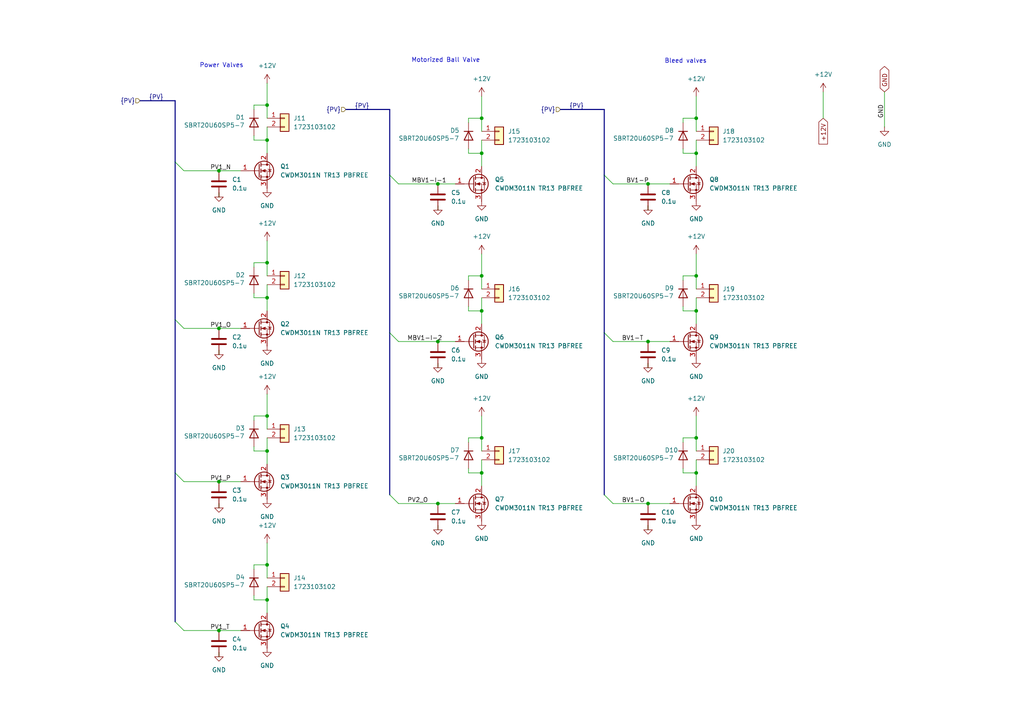
<source format=kicad_sch>
(kicad_sch (version 20231120) (generator "eeschema") (generator_version "8.0")
  (paper "A4")
  (lib_symbols
    (symbol "Connector_Generic:Conn_01x02" (pin_names (offset 1.016) hide)
      (property "Reference" "J" (at 0 2.54 0))
      (property "Value" "Conn_01x02" (at 0 -5.08 0))
      (symbol "Conn_01x02_1_1"
        (rectangle (start -1.27 -2.413) (end 0 -2.667) (stroke (width 0.1524)))
        (rectangle (start -1.27 0.127) (end 0 -0.127) (stroke (width 0.1524)))
        (rectangle (start -1.27 1.27) (end 1.27 -3.81) (stroke (width 0.254)) (fill (type background)))
        (pin passive line (at -5.08 0 0) (length 3.81) (name "Pin_1") (number "1"))
        (pin passive line (at -5.08 -2.54 0) (length 3.81) (name "Pin_2") (number "2"))
      )
    )
    (symbol "Device:C" (pin_numbers hide) (pin_names (offset 0.254))
      (property "Reference" "C" (at 0.635 2.54 0))
      (property "Value" "C" (at 0.635 -2.54 0))
      (symbol "C_0_1"
        (polyline (pts (xy -2.032 -0.762) (xy 2.032 -0.762)) (stroke (width 0.508)))
        (polyline (pts (xy -2.032 0.762) (xy 2.032 0.762)) (stroke (width 0.508)))
      )
      (symbol "C_1_1"
        (pin passive line (at 0 3.81 270) (length 2.794) (name "~") (number "1"))
        (pin passive line (at 0 -3.81 90) (length 2.794) (name "~") (number "2"))
      )
    )
    (symbol "Device:D" (pin_numbers hide) (pin_names (offset 1.016) hide)
      (property "Reference" "D" (at 0 2.54 0))
      (property "Value" "D" (at 0 -2.54 0))
      (symbol "D_0_1"
        (polyline (pts (xy -1.27 1.27) (xy -1.27 -1.27)) (stroke (width 0.254)))
        (polyline (pts (xy 1.27 0) (xy -1.27 0)))
        (polyline (pts (xy 1.27 1.27) (xy 1.27 -1.27) (xy -1.27 0) (xy 1.27 1.27)) (stroke (width 0.254)))
      )
      (symbol "D_1_1"
        (pin passive line (at -3.81 0 0) (length 2.54) (name "K") (number "1"))
        (pin passive line (at 3.81 0 180) (length 2.54) (name "A") (number "2"))
      )
    )
    (symbol "Transistor_FET:IRLZ34N" (pin_names hide)
      (property "Reference" "Q" (at 5.08 1.905 0))
      (property "Value" "IRLZ34N" (at 5.08 0 0))
      (symbol "IRLZ34N_0_1"
        (polyline (pts (xy 0.254 0) (xy -2.54 0)))
        (polyline (pts (xy 0.254 1.905) (xy 0.254 -1.905)) (stroke (width 0.254)))
        (polyline (pts (xy 0.762 -1.27) (xy 0.762 -2.286)) (stroke (width 0.254)))
        (polyline (pts (xy 0.762 0.508) (xy 0.762 -0.508)) (stroke (width 0.254)))
        (polyline (pts (xy 0.762 2.286) (xy 0.762 1.27)) (stroke (width 0.254)))
        (polyline (pts (xy 2.54 2.54) (xy 2.54 1.778)))
        (polyline (pts (xy 2.54 -2.54) (xy 2.54 0) (xy 0.762 0)))
        (polyline (pts (xy 0.762 -1.778) (xy 3.302 -1.778) (xy 3.302 1.778) (xy 0.762 1.778)))
        (polyline (pts (xy 1.016 0) (xy 2.032 0.381) (xy 2.032 -0.381) (xy 1.016 0)) (fill (type outline)))
        (polyline (pts (xy 2.794 0.508) (xy 2.921 0.381) (xy 3.683 0.381) (xy 3.81 0.254)))
        (polyline (pts (xy 3.302 0.381) (xy 2.921 -0.254) (xy 3.683 -0.254) (xy 3.302 0.381)))
        (circle (center 1.651 0) (radius 2.794) (stroke (width 0.254)))
        (circle (center 2.54 -1.778) (radius 0.254) (fill (type outline)))
        (circle (center 2.54 1.778) (radius 0.254) (fill (type outline)))
      )
      (symbol "IRLZ34N_1_1"
        (pin input line (at -5.08 0 0) (length 2.54) (name "G") (number "1"))
        (pin passive line (at 2.54 5.08 270) (length 2.54) (name "D") (number "2"))
        (pin passive line (at 2.54 -5.08 90) (length 2.54) (name "S") (number "3"))
      )
    )
    (symbol "power:+12V" (power) (pin_numbers hide) (pin_names (offset 0) hide)
      (property "Value" "+12V" (at 0 3.556 0))
      (symbol "+12V_0_1"
        (polyline (pts (xy -0.762 1.27) (xy 0 2.54)))
        (polyline (pts (xy 0 0) (xy 0 2.54)))
        (polyline (pts (xy 0 2.54) (xy 0.762 1.27)))
      )
      (symbol "+12V_1_1"
        (pin power_in line (at 0 0 90) (length 0) (name "~") (number "1"))
      )
    )
    (symbol "power:GND" (power) (pin_numbers hide) (pin_names (offset 0) hide)
      (property "Value" "GND" (at 0 -3.81 0))
      (symbol "GND_0_1"
        (polyline (pts (xy 0 0) (xy 0 -1.27) (xy 1.27 -1.27) (xy 0 -2.54) (xy -1.27 -1.27) (xy 0 -1.27)))
      )
      (symbol "GND_1_1"
        (pin power_in line (at 0 0 270) (length 0) (name "~") (number "1"))
      )
    )
  )
  (bus_alias "PV" (members "PV1_N" "PV1_O" "PV1_P" "PV1_T" "MBV1-I-1" "MBV1-I-2" "BV1-P" "BV1-T" "BV1-O" "PV2_O"))
  (junction (at 127 146.05))
  (junction (at 201.93 80.01))
  (junction (at 77.47 120.65))
  (junction (at 201.93 137.16))
  (junction (at 63.5 49.53))
  (junction (at 63.5 139.7))
  (junction (at 139.7 137.16))
  (junction (at 127 99.06))
  (junction (at 77.47 86.36))
  (junction (at 139.7 80.01))
  (junction (at 187.96 146.05))
  (junction (at 201.93 34.29))
  (junction (at 127 53.34))
  (junction (at 77.47 173.99))
  (junction (at 187.96 99.06))
  (junction (at 77.47 130.81))
  (junction (at 139.7 90.17))
  (junction (at 187.96 53.34))
  (junction (at 63.5 95.25))
  (junction (at 77.47 76.2))
  (junction (at 139.7 127))
  (junction (at 201.93 90.17))
  (junction (at 139.7 34.29))
  (junction (at 139.7 44.45))
  (junction (at 77.47 30.48))
  (junction (at 77.47 163.83))
  (junction (at 77.47 40.64))
  (junction (at 63.5 182.88))
  (junction (at 201.93 127))
  (junction (at 201.93 44.45))
  (bus_entry (at 113.03 143.51) (size 2.54 2.54))
  (bus_entry (at 175.26 96.52) (size 2.54 2.54))
  (bus_entry (at 113.03 96.52) (size 2.54 2.54))
  (bus_entry (at 50.8 180.34) (size 2.54 2.54))
  (bus_entry (at 50.8 92.71) (size 2.54 2.54))
  (bus_entry (at 175.26 50.8) (size 2.54 2.54))
  (bus_entry (at 50.8 137.16) (size 2.54 2.54))
  (bus_entry (at 50.8 46.99) (size 2.54 2.54))
  (bus_entry (at 113.03 50.8) (size 2.54 2.54))
  (bus_entry (at 175.26 143.51) (size 2.54 2.54))
  (bus (pts (xy 162.56 31.75) (xy 175.26 31.75)))
  (wire (pts (xy 73.66 120.65) (xy 73.66 121.92)))
  (wire (pts (xy 77.47 114.3) (xy 77.47 120.65)))
  (wire (pts (xy 53.34 95.25) (xy 63.5 95.25)))
  (wire (pts (xy 115.57 146.05) (xy 127 146.05)))
  (wire (pts (xy 135.89 88.9) (xy 135.89 90.17)))
  (wire (pts (xy 201.93 44.45) (xy 201.93 48.26)))
  (wire (pts (xy 187.96 59.69) (xy 187.96 60.96)))
  (wire (pts (xy 77.47 120.65) (xy 73.66 120.65)))
  (wire (pts (xy 201.93 80.01) (xy 198.12 80.01)))
  (bus (pts (xy 50.8 92.71) (xy 50.8 137.16)))
  (wire (pts (xy 198.12 44.45) (xy 201.93 44.45)))
  (wire (pts (xy 53.34 49.53) (xy 63.5 49.53)))
  (wire (pts (xy 77.47 76.2) (xy 77.47 80.01)))
  (wire (pts (xy 139.7 80.01) (xy 139.7 83.82)))
  (wire (pts (xy 201.93 90.17) (xy 201.93 93.98)))
  (wire (pts (xy 201.93 127) (xy 201.93 130.81)))
  (wire (pts (xy 77.47 40.64) (xy 77.47 44.45)))
  (wire (pts (xy 77.47 24.13) (xy 77.47 30.48)))
  (wire (pts (xy 77.47 170.18) (xy 77.47 173.99)))
  (wire (pts (xy 135.89 137.16) (xy 139.7 137.16)))
  (wire (pts (xy 53.34 182.88) (xy 63.5 182.88)))
  (wire (pts (xy 177.8 53.34) (xy 187.96 53.34)))
  (wire (pts (xy 53.34 139.7) (xy 63.5 139.7)))
  (wire (pts (xy 77.47 127) (xy 77.47 130.81)))
  (wire (pts (xy 139.7 34.29) (xy 135.89 34.29)))
  (wire (pts (xy 201.93 86.36) (xy 201.93 90.17)))
  (wire (pts (xy 77.47 30.48) (xy 73.66 30.48)))
  (wire (pts (xy 198.12 90.17) (xy 201.93 90.17)))
  (wire (pts (xy 256.54 26.67) (xy 256.54 36.83)))
  (wire (pts (xy 139.7 86.36) (xy 139.7 90.17)))
  (wire (pts (xy 73.66 30.48) (xy 73.66 31.75)))
  (wire (pts (xy 73.66 85.09) (xy 73.66 86.36)))
  (wire (pts (xy 198.12 137.16) (xy 201.93 137.16)))
  (wire (pts (xy 177.8 146.05) (xy 187.96 146.05)))
  (bus (pts (xy 113.03 96.52) (xy 113.03 50.8)))
  (wire (pts (xy 73.66 39.37) (xy 73.66 40.64)))
  (wire (pts (xy 187.96 105.41) (xy 187.96 106.68)))
  (wire (pts (xy 127 152.4) (xy 127 153.67)))
  (wire (pts (xy 63.5 101.6) (xy 63.5 102.87)))
  (wire (pts (xy 77.47 163.83) (xy 77.47 167.64)))
  (wire (pts (xy 201.93 133.35) (xy 201.93 137.16)))
  (wire (pts (xy 135.89 34.29) (xy 135.89 35.56)))
  (wire (pts (xy 201.93 137.16) (xy 201.93 140.97)))
  (wire (pts (xy 77.47 173.99) (xy 77.47 177.8)))
  (bus (pts (xy 50.8 29.21) (xy 40.64 29.21)))
  (wire (pts (xy 135.89 135.89) (xy 135.89 137.16)))
  (wire (pts (xy 139.7 137.16) (xy 139.7 140.97)))
  (wire (pts (xy 139.7 127) (xy 139.7 130.81)))
  (bus (pts (xy 100.33 31.75) (xy 113.03 31.75)))
  (wire (pts (xy 201.93 120.65) (xy 201.93 127)))
  (wire (pts (xy 63.5 139.7) (xy 69.85 139.7)))
  (bus (pts (xy 113.03 50.8) (xy 113.03 31.75)))
  (wire (pts (xy 77.47 36.83) (xy 77.47 40.64)))
  (wire (pts (xy 73.66 76.2) (xy 73.66 77.47)))
  (bus (pts (xy 175.26 143.51) (xy 175.26 96.52)))
  (wire (pts (xy 201.93 40.64) (xy 201.93 44.45)))
  (wire (pts (xy 238.76 26.67) (xy 238.76 34.29)))
  (wire (pts (xy 73.66 130.81) (xy 77.47 130.81)))
  (wire (pts (xy 77.47 163.83) (xy 73.66 163.83)))
  (bus (pts (xy 175.26 96.52) (xy 175.26 50.8)))
  (wire (pts (xy 77.47 157.48) (xy 77.47 163.83)))
  (wire (pts (xy 135.89 90.17) (xy 139.7 90.17)))
  (wire (pts (xy 187.96 152.4) (xy 187.96 153.67)))
  (wire (pts (xy 135.89 80.01) (xy 135.89 81.28)))
  (wire (pts (xy 187.96 146.05) (xy 194.31 146.05)))
  (wire (pts (xy 201.93 127) (xy 198.12 127)))
  (wire (pts (xy 127 53.34) (xy 132.08 53.34)))
  (wire (pts (xy 139.7 27.94) (xy 139.7 34.29)))
  (wire (pts (xy 77.47 76.2) (xy 73.66 76.2)))
  (wire (pts (xy 77.47 86.36) (xy 77.47 90.17)))
  (wire (pts (xy 198.12 127) (xy 198.12 128.27)))
  (wire (pts (xy 63.5 95.25) (xy 69.85 95.25)))
  (wire (pts (xy 73.66 129.54) (xy 73.66 130.81)))
  (bus (pts (xy 50.8 46.99) (xy 50.8 92.71)))
  (wire (pts (xy 73.66 173.99) (xy 77.47 173.99)))
  (wire (pts (xy 63.5 182.88) (xy 69.85 182.88)))
  (wire (pts (xy 127 105.41) (xy 127 106.68)))
  (wire (pts (xy 77.47 120.65) (xy 77.47 124.46)))
  (wire (pts (xy 77.47 82.55) (xy 77.47 86.36)))
  (wire (pts (xy 63.5 189.23) (xy 63.5 190.5)))
  (wire (pts (xy 135.89 127) (xy 135.89 128.27)))
  (wire (pts (xy 73.66 40.64) (xy 77.47 40.64)))
  (wire (pts (xy 127 59.69) (xy 127 60.96)))
  (wire (pts (xy 139.7 40.64) (xy 139.7 44.45)))
  (wire (pts (xy 135.89 44.45) (xy 139.7 44.45)))
  (wire (pts (xy 201.93 34.29) (xy 201.93 38.1)))
  (wire (pts (xy 77.47 30.48) (xy 77.47 34.29)))
  (wire (pts (xy 77.47 130.81) (xy 77.47 134.62)))
  (wire (pts (xy 201.93 27.94) (xy 201.93 34.29)))
  (wire (pts (xy 73.66 86.36) (xy 77.47 86.36)))
  (wire (pts (xy 77.47 69.85) (xy 77.47 76.2)))
  (wire (pts (xy 115.57 53.34) (xy 127 53.34)))
  (wire (pts (xy 198.12 88.9) (xy 198.12 90.17)))
  (bus (pts (xy 50.8 29.21) (xy 50.8 46.99)))
  (wire (pts (xy 127 146.05) (xy 132.08 146.05)))
  (wire (pts (xy 127 99.06) (xy 132.08 99.06)))
  (wire (pts (xy 63.5 49.53) (xy 69.85 49.53)))
  (wire (pts (xy 139.7 133.35) (xy 139.7 137.16)))
  (wire (pts (xy 198.12 34.29) (xy 198.12 35.56)))
  (wire (pts (xy 139.7 73.66) (xy 139.7 80.01)))
  (wire (pts (xy 187.96 53.34) (xy 194.31 53.34)))
  (wire (pts (xy 198.12 43.18) (xy 198.12 44.45)))
  (wire (pts (xy 63.5 146.05) (xy 63.5 147.32)))
  (wire (pts (xy 201.93 80.01) (xy 201.93 83.82)))
  (wire (pts (xy 73.66 163.83) (xy 73.66 165.1)))
  (wire (pts (xy 139.7 120.65) (xy 139.7 127)))
  (wire (pts (xy 139.7 44.45) (xy 139.7 48.26)))
  (wire (pts (xy 177.8 99.06) (xy 187.96 99.06)))
  (wire (pts (xy 139.7 127) (xy 135.89 127)))
  (bus (pts (xy 113.03 96.52) (xy 113.03 143.51)))
  (wire (pts (xy 201.93 34.29) (xy 198.12 34.29)))
  (bus (pts (xy 175.26 50.8) (xy 175.26 31.75)))
  (wire (pts (xy 135.89 43.18) (xy 135.89 44.45)))
  (wire (pts (xy 139.7 80.01) (xy 135.89 80.01)))
  (wire (pts (xy 139.7 90.17) (xy 139.7 93.98)))
  (bus (pts (xy 50.8 137.16) (xy 50.8 180.34)))
  (wire (pts (xy 115.57 99.06) (xy 127 99.06)))
  (wire (pts (xy 139.7 34.29) (xy 139.7 38.1)))
  (wire (pts (xy 73.66 172.72) (xy 73.66 173.99)))
  (wire (pts (xy 201.93 73.66) (xy 201.93 80.01)))
  (wire (pts (xy 198.12 80.01) (xy 198.12 81.28)))
  (wire (pts (xy 187.96 99.06) (xy 194.31 99.06)))
  (wire (pts (xy 63.5 55.88) (xy 63.5 57.15)))
  (wire (pts (xy 198.12 135.89) (xy 198.12 137.16)))
  (text "Bleed valves" (at 198.882 17.78 0) (effects (font (size 1.27 1.27))))
  (text "Power Valves" (at 64.262 19.05 0) (effects (font (size 1.27 1.27))))
  (text "Motorized Ball Valve" (at 129.286 17.526 0) (effects (font (size 1.27 1.27))))
  (label "BV1-P" (at 181.61 53.34 0))
  (label "{PV}" (at 43.18 29.21 0))
  (label "BV1-T" (at 180.34 99.06 0))
  (label "MBV1-I-2" (at 118.11 99.06 0))
  (label "MBV1-I-1" (at 119.38 53.34 0))
  (label "PV1_P" (at 60.96 139.7 0))
  (label "{PV}" (at 102.87 31.75 0))
  (label "PV2_O" (at 118.11 146.05 0))
  (label "GND" (at 256.54 34.29 90))
  (label "PV1_T" (at 60.96 182.88 0))
  (label "PV1_O" (at 60.96 95.25 0))
  (label "PV1_N" (at 60.96 49.53 0))
  (label "BV1-O" (at 180.34 146.05 0))
  (label "{PV}" (at 165.1 31.75 0))
  (global_label "+12V" (shape input) (at 238.76 34.29 270) (property "Intersheetrefs" "${INTERSHEET_REFS}" (effects (hide yes))))
  (global_label "GND" (shape bidirectional) (at 256.54 26.67 90) (property "Intersheetrefs" "${INTERSHEET_REFS}" (effects (hide yes))))
  (hierarchical_label "{PV}" (shape input) (at 40.64 29.21 180))
  (hierarchical_label "{PV}" (shape input) (at 100.33 31.75 180))
  (hierarchical_label "{PV}" (shape input) (at 162.56 31.75 180))
  (symbol (lib_id "power:GND") (at 139.7 151.13 0) (unit 1)
    (property "Reference" "#PWR049" (effects (hide yes)))
    (property "Value" "GND" (at 139.7 156.21 0))
    (property "Description" "Power symbol creates a global label with name \"GND\" , ground" (effects (hide yes)))
  )
  (symbol (lib_id "Device:C") (at 127 149.86 0) (unit 1)
    (property "Reference" "C7" (at 130.81 148.5899 0) (effects (justify left)))
    (property "Value" "0.1u" (at 130.81 151.1299 0) (effects (justify left)))
    (property "Footprint" "Capacitor_SMD:C_0805_2012Metric" (effects (hide yes)))
    (property "Description" "Unpolarized capacitor" (effects (hide yes)))
  )
  (symbol (lib_id "power:GND") (at 187.96 59.69 0) (unit 1)
    (property "Reference" "#PWR050" (effects (hide yes)))
    (property "Value" "GND" (at 187.96 64.77 0))
    (property "Description" "Power symbol creates a global label with name \"GND\" , ground" (effects (hide yes)))
  )
  (symbol (lib_id "power:GND") (at 127 152.4 0) (unit 1)
    (property "Reference" "#PWR043" (effects (hide yes)))
    (property "Value" "GND" (at 127 157.48 0))
    (property "Description" "Power symbol creates a global label with name \"GND\" , ground" (effects (hide yes)))
  )
  (symbol (lib_id "Device:C") (at 63.5 186.69 0) (unit 1)
    (property "Reference" "C4" (at 67.31 185.4199 0) (effects (justify left)))
    (property "Value" "0.1u" (at 67.31 187.9599 0) (effects (justify left)))
    (property "Footprint" "Capacitor_SMD:C_0805_2012Metric" (effects (hide yes)))
    (property "Description" "Unpolarized capacitor" (effects (hide yes)))
  )
  (symbol (lib_id "Device:D") (at 135.89 39.37 270) (unit 1)
    (property "Reference" "D5" (at 130.556 37.846 90) (effects (justify left)))
    (property "Value" "SBRT20U60SP5-7" (at 115.57 40.132 90) (effects (justify left)))
    (property "Footprint" "hb_footprint_lib:POWERDI5_DIO" (effects (hide yes)))
    (property "Datasheet" "https://www.diodes.com/assets/Datasheets/SBRT20U60SP5.pdf" (effects (hide yes)))
    (property "Description" "Diode 60 V 20A Surface Mount PowerDI™ 5" (effects (hide yes)))
    (property "Manufacturer" "Diodes Incorporated" (effects (hide yes)))
    (property "Manufacturer Part #" "SBRT20U60SP5-7" (effects (hide yes)))
    (property "Supplier" "Digikey" (effects (hide yes)))
    (property "Supplier Part #" "SBRT20U60SP5-7DICT-ND" (effects (hide yes)))
    (property "Unit Cost" "0.78" (effects (hide yes)))
    (property "Cost @ Qty" "0.78" (effects (hide yes)))
  )
  (symbol (lib_id "Transistor_FET:IRLZ34N") (at 74.93 49.53 0) (unit 1)
    (property "Reference" "Q1" (at 81.28 48.2599 0) (effects (justify left)))
    (property "Value" "CWDM3011N TR13 PBFREE" (at 81.28 50.7999 0) (effects (justify left)))
    (property "Footprint" "Package_SO:SOIC-8_3.9x4.9mm_P1.27mm" (effects (hide yes)))
    (property "Datasheet" "https://my.centralsemi.com/datasheets/CWDM3011N.PDF" (effects (hide yes)))
    (property "Description" "N-Channel 30 V 11A (Ta) 2.5W (Ta) Surface Mount 8-SOIC" (effects (hide yes)))
    (property "Manufacturer" "Central Semiconductor Corp" (effects (hide yes)))
    (property "Manufacturer Part #" "CWDM3011N TR13 PBFREE" (effects (hide yes)))
    (property "Supplier" "Digikey" (effects (hide yes)))
    (property "Supplier Part #" "1514-CWDM3011NTR13PBFREECT-ND" (effects (hide yes)))
    (property "Unit Cost" "1.09" (effects (hide yes)))
    (property "Cost @ Qty" "1.09" (effects (hide yes)))
  )
  (symbol (lib_id "power:+12V") (at 77.47 114.3 0) (unit 1)
    (property "Reference" "#PWR037" (effects (hide yes)))
    (property "Value" "+12V" (at 77.47 109.22 0))
    (property "Description" "Power symbol creates a global label with name \"+12V\"" (effects (hide yes)))
  )
  (symbol (lib_id "Transistor_FET:IRLZ34N") (at 199.39 99.06 0) (unit 1)
    (property "Reference" "Q9" (at 205.74 97.7899 0) (effects (justify left)))
    (property "Value" "CWDM3011N TR13 PBFREE" (at 205.74 100.3299 0) (effects (justify left)))
    (property "Footprint" "Package_SO:SOIC-8_3.9x4.9mm_P1.27mm" (effects (hide yes)))
    (property "Datasheet" "https://my.centralsemi.com/datasheets/CWDM3011N.PDF" (effects (hide yes)))
    (property "Description" "N-Channel 30 V 11A (Ta) 2.5W (Ta) Surface Mount 8-SOIC" (effects (hide yes)))
    (property "Manufacturer" "Central Semiconductor Corp" (effects (hide yes)))
    (property "Manufacturer Part #" "CWDM3011N TR13 PBFREE" (effects (hide yes)))
    (property "Supplier" "Digikey" (effects (hide yes)))
    (property "Supplier Part #" "1514-CWDM3011NTR13PBFREECT-ND" (effects (hide yes)))
    (property "Unit Cost" "1.09" (effects (hide yes)))
    (property "Cost @ Qty" "1.09" (effects (hide yes)))
  )
  (symbol (lib_id "power:GND") (at 139.7 104.14 0) (unit 1)
    (property "Reference" "#PWR047" (effects (hide yes)))
    (property "Value" "GND" (at 139.7 109.22 0))
    (property "Description" "Power symbol creates a global label with name \"GND\" , ground" (effects (hide yes)))
  )
  (symbol (lib_id "Connector_Generic:Conn_01x02") (at 144.78 38.1 0) (unit 1)
    (property "Reference" "J15" (at 147.32 38.0999 0) (effects (justify left)))
    (property "Value" "1723103102" (at 147.32 40.6399 0) (effects (justify left)))
    (property "Footprint" "hb_footprint_lib:CONN02_1723103102_MOL" (effects (hide yes)))
    (property "Datasheet" "https://www.molex.com/en-us/products/part-detail/1723103102?display=pdf" (effects (hide yes)))
    (property "Description" "Connector Header Through Hole, Right Angle 2 position 0.138\" (3.50mm)" (effects (hide yes)))
    (property "Manufacturer" "Molex" (effects (hide yes)))
    (property "Manufacturer Part #" "1723103102" (effects (hide yes)))
    (property "Supplier" "Digikey" (effects (hide yes)))
    (property "Supplier Part #" "900-1723103102-ND" (effects (hide yes)))
    (property "Unit Cost" "0.85" (effects (hide yes)))
    (property "Cost @ Qty" "0.85" (effects (hide yes)))
  )
  (symbol (lib_id "power:+12V") (at 238.76 26.67 0) (unit 1)
    (property "Reference" "#PWR059" (effects (hide yes)))
    (property "Value" "+12V" (at 238.76 21.59 0))
    (property "Description" "Power symbol creates a global label with name \"+12V\"" (effects (hide yes)))
  )
  (symbol (lib_id "power:GND") (at 201.93 58.42 0) (unit 1)
    (property "Reference" "#PWR054" (effects (hide yes)))
    (property "Value" "GND" (at 201.93 63.5 0))
    (property "Description" "Power symbol creates a global label with name \"GND\" , ground" (effects (hide yes)))
  )
  (symbol (lib_id "power:GND") (at 77.47 54.61 0) (unit 1)
    (property "Reference" "#PWR034" (effects (hide yes)))
    (property "Value" "GND" (at 77.47 59.69 0))
    (property "Description" "Power symbol creates a global label with name \"GND\" , ground" (effects (hide yes)))
  )
  (symbol (lib_id "Device:C") (at 63.5 53.34 0) (unit 1)
    (property "Reference" "C1" (at 67.31 52.0699 0) (effects (justify left)))
    (property "Value" "0.1u" (at 67.31 54.6099 0) (effects (justify left)))
    (property "Footprint" "Capacitor_SMD:C_0805_2012Metric" (effects (hide yes)))
    (property "Description" "Unpolarized capacitor" (effects (hide yes)))
  )
  (symbol (lib_id "Connector_Generic:Conn_01x02") (at 82.55 80.01 0) (unit 1)
    (property "Reference" "J12" (at 85.09 80.0099 0) (effects (justify left)))
    (property "Value" "1723103102" (at 85.09 82.5499 0) (effects (justify left)))
    (property "Footprint" "hb_footprint_lib:CONN02_1723103102_MOL" (effects (hide yes)))
    (property "Datasheet" "https://www.molex.com/en-us/products/part-detail/1723103102?display=pdf" (effects (hide yes)))
    (property "Description" "Connector Header Through Hole, Right Angle 2 position 0.138\" (3.50mm)" (effects (hide yes)))
    (property "Manufacturer" "Molex" (effects (hide yes)))
    (property "Manufacturer Part #" "1723103102" (effects (hide yes)))
    (property "Supplier" "Digikey" (effects (hide yes)))
    (property "Supplier Part #" "900-1723103102-ND" (effects (hide yes)))
    (property "Unit Cost" "0.85" (effects (hide yes)))
    (property "Cost @ Qty" "0.85" (effects (hide yes)))
  )
  (symbol (lib_id "Device:C") (at 63.5 99.06 0) (unit 1)
    (property "Reference" "C2" (at 67.31 97.7899 0) (effects (justify left)))
    (property "Value" "0.1u" (at 67.31 100.3299 0) (effects (justify left)))
    (property "Footprint" "Capacitor_SMD:C_0805_2012Metric" (effects (hide yes)))
    (property "Description" "Unpolarized capacitor" (effects (hide yes)))
  )
  (symbol (lib_id "Transistor_FET:IRLZ34N") (at 137.16 99.06 0) (unit 1)
    (property "Reference" "Q6" (at 143.51 97.7899 0) (effects (justify left)))
    (property "Value" "CWDM3011N TR13 PBFREE" (at 143.51 100.3299 0) (effects (justify left)))
    (property "Footprint" "Package_SO:SOIC-8_3.9x4.9mm_P1.27mm" (effects (hide yes)))
    (property "Datasheet" "https://my.centralsemi.com/datasheets/CWDM3011N.PDF" (effects (hide yes)))
    (property "Description" "N-Channel 30 V 11A (Ta) 2.5W (Ta) Surface Mount 8-SOIC" (effects (hide yes)))
    (property "Manufacturer" "Central Semiconductor Corp" (effects (hide yes)))
    (property "Manufacturer Part #" "CWDM3011N TR13 PBFREE" (effects (hide yes)))
    (property "Supplier" "Digikey" (effects (hide yes)))
    (property "Supplier Part #" "1514-CWDM3011NTR13PBFREECT-ND" (effects (hide yes)))
    (property "Unit Cost" "1.09" (effects (hide yes)))
    (property "Cost @ Qty" "1.09" (effects (hide yes)))
  )
  (symbol (lib_id "power:GND") (at 127 59.69 0) (unit 1)
    (property "Reference" "#PWR041" (effects (hide yes)))
    (property "Value" "GND" (at 127 64.77 0))
    (property "Description" "Power symbol creates a global label with name \"GND\" , ground" (effects (hide yes)))
  )
  (symbol (lib_id "Transistor_FET:IRLZ34N") (at 74.93 182.88 0) (unit 1)
    (property "Reference" "Q4" (at 81.28 181.6099 0) (effects (justify left)))
    (property "Value" "CWDM3011N TR13 PBFREE" (at 81.28 184.1499 0) (effects (justify left)))
    (property "Footprint" "Package_SO:SOIC-8_3.9x4.9mm_P1.27mm" (effects (hide yes)))
    (property "Datasheet" "https://my.centralsemi.com/datasheets/CWDM3011N.PDF" (effects (hide yes)))
    (property "Description" "N-Channel 30 V 11A (Ta) 2.5W (Ta) Surface Mount 8-SOIC" (effects (hide yes)))
    (property "Manufacturer" "Central Semiconductor Corp" (effects (hide yes)))
    (property "Manufacturer Part #" "CWDM3011N TR13 PBFREE" (effects (hide yes)))
    (property "Supplier" "Digikey" (effects (hide yes)))
    (property "Supplier Part #" "1514-CWDM3011NTR13PBFREECT-ND" (effects (hide yes)))
    (property "Unit Cost" "1.09" (effects (hide yes)))
    (property "Cost @ Qty" "1.09" (effects (hide yes)))
  )
  (symbol (lib_id "Transistor_FET:IRLZ34N") (at 199.39 53.34 0) (unit 1)
    (property "Reference" "Q8" (at 205.74 52.0699 0) (effects (justify left)))
    (property "Value" "CWDM3011N TR13 PBFREE" (at 205.74 54.6099 0) (effects (justify left)))
    (property "Footprint" "Package_SO:SOIC-8_3.9x4.9mm_P1.27mm" (effects (hide yes)))
    (property "Datasheet" "https://my.centralsemi.com/datasheets/CWDM3011N.PDF" (effects (hide yes)))
    (property "Description" "N-Channel 30 V 11A (Ta) 2.5W (Ta) Surface Mount 8-SOIC" (effects (hide yes)))
    (property "Manufacturer" "Central Semiconductor Corp" (effects (hide yes)))
    (property "Manufacturer Part #" "CWDM3011N TR13 PBFREE" (effects (hide yes)))
    (property "Supplier" "Digikey" (effects (hide yes)))
    (property "Supplier Part #" "1514-CWDM3011NTR13PBFREECT-ND" (effects (hide yes)))
    (property "Unit Cost" "1.09" (effects (hide yes)))
    (property "Cost @ Qty" "1.09" (effects (hide yes)))
  )
  (symbol (lib_id "Transistor_FET:IRLZ34N") (at 74.93 95.25 0) (unit 1)
    (property "Reference" "Q2" (at 81.28 93.9799 0) (effects (justify left)))
    (property "Value" "CWDM3011N TR13 PBFREE" (at 81.28 96.5199 0) (effects (justify left)))
    (property "Footprint" "Package_SO:SOIC-8_3.9x4.9mm_P1.27mm" (effects (hide yes)))
    (property "Datasheet" "https://my.centralsemi.com/datasheets/CWDM3011N.PDF" (effects (hide yes)))
    (property "Description" "N-Channel 30 V 11A (Ta) 2.5W (Ta) Surface Mount 8-SOIC" (effects (hide yes)))
    (property "Manufacturer" "Central Semiconductor Corp" (effects (hide yes)))
    (property "Manufacturer Part #" "CWDM3011N TR13 PBFREE" (effects (hide yes)))
    (property "Supplier" "Digikey" (effects (hide yes)))
    (property "Supplier Part #" "1514-CWDM3011NTR13PBFREECT-ND" (effects (hide yes)))
    (property "Unit Cost" "1.09" (effects (hide yes)))
    (property "Cost @ Qty" "1.09" (effects (hide yes)))
  )
  (symbol (lib_id "Device:C") (at 187.96 149.86 0) (unit 1)
    (property "Reference" "C10" (at 191.77 148.5899 0) (effects (justify left)))
    (property "Value" "0.1u" (at 191.77 151.1299 0) (effects (justify left)))
    (property "Footprint" "Capacitor_SMD:C_0805_2012Metric" (effects (hide yes)))
    (property "Description" "Unpolarized capacitor" (effects (hide yes)))
  )
  (symbol (lib_id "Device:D") (at 73.66 168.91 270) (unit 1)
    (property "Reference" "D4" (at 68.326 167.386 90) (effects (justify left)))
    (property "Value" "SBRT20U60SP5-7" (at 53.34 169.672 90) (effects (justify left)))
    (property "Footprint" "hb_footprint_lib:POWERDI5_DIO" (effects (hide yes)))
    (property "Datasheet" "https://www.diodes.com/assets/Datasheets/SBRT20U60SP5.pdf" (effects (hide yes)))
    (property "Description" "Diode 60 V 20A Surface Mount PowerDI™ 5" (effects (hide yes)))
    (property "Manufacturer" "Diodes Incorporated" (effects (hide yes)))
    (property "Manufacturer Part #" "SBRT20U60SP5-7" (effects (hide yes)))
    (property "Supplier" "Digikey" (effects (hide yes)))
    (property "Supplier Part #" "SBRT20U60SP5-7DICT-ND" (effects (hide yes)))
    (property "Unit Cost" "0.78" (effects (hide yes)))
    (property "Cost @ Qty" "0.78" (effects (hide yes)))
  )
  (symbol (lib_id "Device:C") (at 127 57.15 0) (unit 1)
    (property "Reference" "C5" (at 130.81 55.8799 0) (effects (justify left)))
    (property "Value" "0.1u" (at 130.81 58.4199 0) (effects (justify left)))
    (property "Footprint" "Capacitor_SMD:C_0805_2012Metric" (effects (hide yes)))
    (property "Description" "Unpolarized capacitor" (effects (hide yes)))
  )
  (symbol (lib_id "Transistor_FET:IRLZ34N") (at 74.93 139.7 0) (unit 1)
    (property "Reference" "Q3" (at 81.28 138.4299 0) (effects (justify left)))
    (property "Value" "CWDM3011N TR13 PBFREE" (at 81.28 140.9699 0) (effects (justify left)))
    (property "Footprint" "Package_SO:SOIC-8_3.9x4.9mm_P1.27mm" (effects (hide yes)))
    (property "Datasheet" "https://my.centralsemi.com/datasheets/CWDM3011N.PDF" (effects (hide yes)))
    (property "Description" "N-Channel 30 V 11A (Ta) 2.5W (Ta) Surface Mount 8-SOIC" (effects (hide yes)))
    (property "Manufacturer" "Central Semiconductor Corp" (effects (hide yes)))
    (property "Manufacturer Part #" "CWDM3011N TR13 PBFREE" (effects (hide yes)))
    (property "Supplier" "Digikey" (effects (hide yes)))
    (property "Supplier Part #" "1514-CWDM3011NTR13PBFREECT-ND" (effects (hide yes)))
    (property "Unit Cost" "1.09" (effects (hide yes)))
    (property "Cost @ Qty" "1.09" (effects (hide yes)))
  )
  (symbol (lib_id "power:GND") (at 256.54 36.83 0) (unit 1)
    (property "Reference" "#PWR060" (effects (hide yes)))
    (property "Value" "GND" (at 256.54 41.91 0))
    (property "Description" "Power symbol creates a global label with name \"GND\" , ground" (effects (hide yes)))
  )
  (symbol (lib_id "Device:D") (at 135.89 85.09 270) (unit 1)
    (property "Reference" "D6" (at 130.556 83.566 90) (effects (justify left)))
    (property "Value" "SBRT20U60SP5-7" (at 115.57 85.852 90) (effects (justify left)))
    (property "Footprint" "hb_footprint_lib:POWERDI5_DIO" (effects (hide yes)))
    (property "Datasheet" "https://www.diodes.com/assets/Datasheets/SBRT20U60SP5.pdf" (effects (hide yes)))
    (property "Description" "Diode 60 V 20A Surface Mount PowerDI™ 5" (effects (hide yes)))
    (property "Manufacturer" "Diodes Incorporated" (effects (hide yes)))
    (property "Manufacturer Part #" "SBRT20U60SP5-7" (effects (hide yes)))
    (property "Supplier" "Digikey" (effects (hide yes)))
    (property "Supplier Part #" "SBRT20U60SP5-7DICT-ND" (effects (hide yes)))
    (property "Unit Cost" "0.78" (effects (hide yes)))
    (property "Cost @ Qty" "0.78" (effects (hide yes)))
  )
  (symbol (lib_id "Connector_Generic:Conn_01x02") (at 82.55 34.29 0) (unit 1)
    (property "Reference" "J11" (at 85.09 34.2899 0) (effects (justify left)))
    (property "Value" "1723103102" (at 85.09 36.8299 0) (effects (justify left)))
    (property "Footprint" "hb_footprint_lib:CONN02_1723103102_MOL" (effects (hide yes)))
    (property "Datasheet" "https://www.molex.com/en-us/products/part-detail/1723103102?display=pdf" (effects (hide yes)))
    (property "Description" "Connector Header Through Hole, Right Angle 2 position 0.138\" (3.50mm)" (effects (hide yes)))
    (property "Manufacturer" "Molex" (effects (hide yes)))
    (property "Manufacturer Part #" "1723103102" (effects (hide yes)))
    (property "Supplier" "Digikey" (effects (hide yes)))
    (property "Supplier Part #" "900-1723103102-ND" (effects (hide yes)))
    (property "Unit Cost" "0.85" (effects (hide yes)))
    (property "Cost @ Qty" "0.85" (effects (hide yes)))
  )
  (symbol (lib_id "power:GND") (at 201.93 104.14 0) (unit 1)
    (property "Reference" "#PWR056" (effects (hide yes)))
    (property "Value" "GND" (at 201.93 109.22 0))
    (property "Description" "Power symbol creates a global label with name \"GND\" , ground" (effects (hide yes)))
  )
  (symbol (lib_id "Device:C") (at 187.96 102.87 0) (unit 1)
    (property "Reference" "C9" (at 191.77 101.5999 0) (effects (justify left)))
    (property "Value" "0.1u" (at 191.77 104.1399 0) (effects (justify left)))
    (property "Footprint" "Capacitor_SMD:C_0805_2012Metric" (effects (hide yes)))
    (property "Description" "Unpolarized capacitor" (effects (hide yes)))
  )
  (symbol (lib_id "Transistor_FET:IRLZ34N") (at 199.39 146.05 0) (unit 1)
    (property "Reference" "Q10" (at 205.74 144.7799 0) (effects (justify left)))
    (property "Value" "CWDM3011N TR13 PBFREE" (at 205.74 147.3199 0) (effects (justify left)))
    (property "Footprint" "Package_SO:SOIC-8_3.9x4.9mm_P1.27mm" (effects (hide yes)))
    (property "Datasheet" "https://my.centralsemi.com/datasheets/CWDM3011N.PDF" (effects (hide yes)))
    (property "Description" "N-Channel 30 V 11A (Ta) 2.5W (Ta) Surface Mount 8-SOIC" (effects (hide yes)))
    (property "Manufacturer" "Central Semiconductor Corp" (effects (hide yes)))
    (property "Manufacturer Part #" "CWDM3011N TR13 PBFREE" (effects (hide yes)))
    (property "Supplier" "Digikey" (effects (hide yes)))
    (property "Supplier Part #" "1514-CWDM3011NTR13PBFREECT-ND" (effects (hide yes)))
    (property "Unit Cost" "1.09" (effects (hide yes)))
    (property "Cost @ Qty" "1.09" (effects (hide yes)))
  )
  (symbol (lib_id "power:GND") (at 77.47 144.78 0) (unit 1)
    (property "Reference" "#PWR038" (effects (hide yes)))
    (property "Value" "GND" (at 77.47 149.86 0))
    (property "Description" "Power symbol creates a global label with name \"GND\" , ground" (effects (hide yes)))
  )
  (symbol (lib_id "power:GND") (at 63.5 55.88 0) (unit 1)
    (property "Reference" "#PWR029" (effects (hide yes)))
    (property "Value" "GND" (at 63.5 60.96 0))
    (property "Description" "Power symbol creates a global label with name \"GND\" , ground" (effects (hide yes)))
  )
  (symbol (lib_id "power:+12V") (at 139.7 27.94 0) (unit 1)
    (property "Reference" "#PWR044" (effects (hide yes)))
    (property "Value" "+12V" (at 139.7 22.86 0))
    (property "Description" "Power symbol creates a global label with name \"+12V\"" (effects (hide yes)))
  )
  (symbol (lib_id "Transistor_FET:IRLZ34N") (at 137.16 53.34 0) (unit 1)
    (property "Reference" "Q5" (at 143.51 52.0699 0) (effects (justify left)))
    (property "Value" "CWDM3011N TR13 PBFREE" (at 143.51 54.6099 0) (effects (justify left)))
    (property "Footprint" "Package_SO:SOIC-8_3.9x4.9mm_P1.27mm" (effects (hide yes)))
    (property "Datasheet" "https://my.centralsemi.com/datasheets/CWDM3011N.PDF" (effects (hide yes)))
    (property "Description" "N-Channel 30 V 11A (Ta) 2.5W (Ta) Surface Mount 8-SOIC" (effects (hide yes)))
    (property "Manufacturer" "Central Semiconductor Corp" (effects (hide yes)))
    (property "Manufacturer Part #" "CWDM3011N TR13 PBFREE" (effects (hide yes)))
    (property "Supplier" "Digikey" (effects (hide yes)))
    (property "Supplier Part #" "1514-CWDM3011NTR13PBFREECT-ND" (effects (hide yes)))
    (property "Unit Cost" "1.09" (effects (hide yes)))
    (property "Cost @ Qty" "1.09" (effects (hide yes)))
  )
  (symbol (lib_id "power:+12V") (at 201.93 120.65 0) (unit 1)
    (property "Reference" "#PWR057" (effects (hide yes)))
    (property "Value" "+12V" (at 201.93 115.57 0))
    (property "Description" "Power symbol creates a global label with name \"+12V\"" (effects (hide yes)))
  )
  (symbol (lib_id "power:GND") (at 139.7 58.42 0) (unit 1)
    (property "Reference" "#PWR045" (effects (hide yes)))
    (property "Value" "GND" (at 139.7 63.5 0))
    (property "Description" "Power symbol creates a global label with name \"GND\" , ground" (effects (hide yes)))
  )
  (symbol (lib_id "power:+12V") (at 139.7 73.66 0) (unit 1)
    (property "Reference" "#PWR046" (effects (hide yes)))
    (property "Value" "+12V" (at 139.7 68.58 0))
    (property "Description" "Power symbol creates a global label with name \"+12V\"" (effects (hide yes)))
  )
  (symbol (lib_id "Connector_Generic:Conn_01x02") (at 207.01 38.1 0) (unit 1)
    (property "Reference" "J18" (at 209.55 38.0999 0) (effects (justify left)))
    (property "Value" "1723103102" (at 209.55 40.6399 0) (effects (justify left)))
    (property "Footprint" "hb_footprint_lib:CONN02_1723103102_MOL" (effects (hide yes)))
    (property "Datasheet" "https://www.molex.com/en-us/products/part-detail/1723103102?display=pdf" (effects (hide yes)))
    (property "Description" "Connector Header Through Hole, Right Angle 2 position 0.138\" (3.50mm)" (effects (hide yes)))
    (property "Manufacturer" "Molex" (effects (hide yes)))
    (property "Manufacturer Part #" "1723103102" (effects (hide yes)))
    (property "Supplier" "Digikey" (effects (hide yes)))
    (property "Supplier Part #" "900-1723103102-ND" (effects (hide yes)))
    (property "Unit Cost" "0.85" (effects (hide yes)))
    (property "Cost @ Qty" "0.85" (effects (hide yes)))
  )
  (symbol (lib_id "Connector_Generic:Conn_01x02") (at 144.78 130.81 0) (unit 1)
    (property "Reference" "J17" (at 147.32 130.8099 0) (effects (justify left)))
    (property "Value" "1723103102" (at 147.32 133.3499 0) (effects (justify left)))
    (property "Footprint" "hb_footprint_lib:CONN02_1723103102_MOL" (effects (hide yes)))
    (property "Datasheet" "https://www.molex.com/en-us/products/part-detail/1723103102?display=pdf" (effects (hide yes)))
    (property "Description" "Connector Header Through Hole, Right Angle 2 position 0.138\" (3.50mm)" (effects (hide yes)))
    (property "Manufacturer" "Molex" (effects (hide yes)))
    (property "Manufacturer Part #" "1723103102" (effects (hide yes)))
    (property "Supplier" "Digikey" (effects (hide yes)))
    (property "Supplier Part #" "900-1723103102-ND" (effects (hide yes)))
    (property "Unit Cost" "0.85" (effects (hide yes)))
    (property "Cost @ Qty" "0.85" (effects (hide yes)))
  )
  (symbol (lib_id "Device:D") (at 73.66 125.73 270) (unit 1)
    (property "Reference" "D3" (at 68.326 124.206 90) (effects (justify left)))
    (property "Value" "SBRT20U60SP5-7" (at 53.34 126.492 90) (effects (justify left)))
    (property "Footprint" "hb_footprint_lib:POWERDI5_DIO" (effects (hide yes)))
    (property "Datasheet" "https://www.diodes.com/assets/Datasheets/SBRT20U60SP5.pdf" (effects (hide yes)))
    (property "Description" "Diode 60 V 20A Surface Mount PowerDI™ 5" (effects (hide yes)))
    (property "Manufacturer" "Diodes Incorporated" (effects (hide yes)))
    (property "Manufacturer Part #" "SBRT20U60SP5-7" (effects (hide yes)))
    (property "Supplier" "Digikey" (effects (hide yes)))
    (property "Supplier Part #" "SBRT20U60SP5-7DICT-ND" (effects (hide yes)))
    (property "Unit Cost" "0.78" (effects (hide yes)))
    (property "Cost @ Qty" "0.78" (effects (hide yes)))
  )
  (symbol (lib_id "Device:C") (at 63.5 143.51 0) (unit 1)
    (property "Reference" "C3" (at 67.31 142.2399 0) (effects (justify left)))
    (property "Value" "0.1u" (at 67.31 144.7799 0) (effects (justify left)))
    (property "Footprint" "Capacitor_SMD:C_0805_2012Metric" (effects (hide yes)))
    (property "Description" "Unpolarized capacitor" (effects (hide yes)))
  )
  (symbol (lib_id "Device:D") (at 198.12 85.09 270) (unit 1)
    (property "Reference" "D9" (at 192.786 83.566 90) (effects (justify left)))
    (property "Value" "SBRT20U60SP5-7" (at 177.8 85.852 90) (effects (justify left)))
    (property "Footprint" "hb_footprint_lib:POWERDI5_DIO" (effects (hide yes)))
    (property "Datasheet" "https://www.diodes.com/assets/Datasheets/SBRT20U60SP5.pdf" (effects (hide yes)))
    (property "Description" "Diode 60 V 20A Surface Mount PowerDI™ 5" (effects (hide yes)))
    (property "Manufacturer" "Diodes Incorporated" (effects (hide yes)))
    (property "Manufacturer Part #" "SBRT20U60SP5-7" (effects (hide yes)))
    (property "Supplier" "Digikey" (effects (hide yes)))
    (property "Supplier Part #" "SBRT20U60SP5-7DICT-ND" (effects (hide yes)))
    (property "Unit Cost" "0.78" (effects (hide yes)))
    (property "Cost @ Qty" "0.78" (effects (hide yes)))
  )
  (symbol (lib_id "power:GND") (at 127 105.41 0) (unit 1)
    (property "Reference" "#PWR042" (effects (hide yes)))
    (property "Value" "GND" (at 127 110.49 0))
    (property "Description" "Power symbol creates a global label with name \"GND\" , ground" (effects (hide yes)))
  )
  (symbol (lib_id "power:GND") (at 63.5 189.23 0) (unit 1)
    (property "Reference" "#PWR032" (effects (hide yes)))
    (property "Value" "GND" (at 63.5 194.31 0))
    (property "Description" "Power symbol creates a global label with name \"GND\" , ground" (effects (hide yes)))
  )
  (symbol (lib_id "Device:C") (at 187.96 57.15 0) (unit 1)
    (property "Reference" "C8" (at 191.77 55.8799 0) (effects (justify left)))
    (property "Value" "0.1u" (at 191.77 58.4199 0) (effects (justify left)))
    (property "Footprint" "Capacitor_SMD:C_0805_2012Metric" (effects (hide yes)))
    (property "Description" "Unpolarized capacitor" (effects (hide yes)))
  )
  (symbol (lib_id "power:GND") (at 187.96 152.4 0) (unit 1)
    (property "Reference" "#PWR052" (effects (hide yes)))
    (property "Value" "GND" (at 187.96 157.48 0))
    (property "Description" "Power symbol creates a global label with name \"GND\" , ground" (effects (hide yes)))
  )
  (symbol (lib_id "power:+12V") (at 201.93 27.94 0) (unit 1)
    (property "Reference" "#PWR053" (effects (hide yes)))
    (property "Value" "+12V" (at 201.93 22.86 0))
    (property "Description" "Power symbol creates a global label with name \"+12V\"" (effects (hide yes)))
  )
  (symbol (lib_id "power:GND") (at 187.96 105.41 0) (unit 1)
    (property "Reference" "#PWR051" (effects (hide yes)))
    (property "Value" "GND" (at 187.96 110.49 0))
    (property "Description" "Power symbol creates a global label with name \"GND\" , ground" (effects (hide yes)))
  )
  (symbol (lib_id "Transistor_FET:IRLZ34N") (at 137.16 146.05 0) (unit 1)
    (property "Reference" "Q7" (at 143.51 144.7799 0) (effects (justify left)))
    (property "Value" "CWDM3011N TR13 PBFREE" (at 143.51 147.3199 0) (effects (justify left)))
    (property "Footprint" "Package_SO:SOIC-8_3.9x4.9mm_P1.27mm" (effects (hide yes)))
    (property "Datasheet" "https://my.centralsemi.com/datasheets/CWDM3011N.PDF" (effects (hide yes)))
    (property "Description" "N-Channel 30 V 11A (Ta) 2.5W (Ta) Surface Mount 8-SOIC" (effects (hide yes)))
    (property "Manufacturer" "Central Semiconductor Corp" (effects (hide yes)))
    (property "Manufacturer Part #" "CWDM3011N TR13 PBFREE" (effects (hide yes)))
    (property "Supplier" "Digikey" (effects (hide yes)))
    (property "Supplier Part #" "1514-CWDM3011NTR13PBFREECT-ND" (effects (hide yes)))
    (property "Unit Cost" "1.09" (effects (hide yes)))
    (property "Cost @ Qty" "1.09" (effects (hide yes)))
  )
  (symbol (lib_id "Device:D") (at 198.12 39.37 270) (unit 1)
    (property "Reference" "D8" (at 192.786 37.846 90) (effects (justify left)))
    (property "Value" "SBRT20U60SP5-7" (at 177.8 40.132 90) (effects (justify left)))
    (property "Footprint" "hb_footprint_lib:POWERDI5_DIO" (effects (hide yes)))
    (property "Datasheet" "https://www.diodes.com/assets/Datasheets/SBRT20U60SP5.pdf" (effects (hide yes)))
    (property "Description" "Diode 60 V 20A Surface Mount PowerDI™ 5" (effects (hide yes)))
    (property "Manufacturer" "Diodes Incorporated" (effects (hide yes)))
    (property "Manufacturer Part #" "SBRT20U60SP5-7" (effects (hide yes)))
    (property "Supplier" "Digikey" (effects (hide yes)))
    (property "Supplier Part #" "SBRT20U60SP5-7DICT-ND" (effects (hide yes)))
    (property "Unit Cost" "0.78" (effects (hide yes)))
    (property "Cost @ Qty" "0.78" (effects (hide yes)))
  )
  (symbol (lib_id "Connector_Generic:Conn_01x02") (at 207.01 83.82 0) (unit 1)
    (property "Reference" "J19" (at 209.55 83.8199 0) (effects (justify left)))
    (property "Value" "1723103102" (at 209.55 86.3599 0) (effects (justify left)))
    (property "Footprint" "hb_footprint_lib:CONN02_1723103102_MOL" (effects (hide yes)))
    (property "Datasheet" "https://www.molex.com/en-us/products/part-detail/1723103102?display=pdf" (effects (hide yes)))
    (property "Description" "Connector Header Through Hole, Right Angle 2 position 0.138\" (3.50mm)" (effects (hide yes)))
    (property "Manufacturer" "Molex" (effects (hide yes)))
    (property "Manufacturer Part #" "1723103102" (effects (hide yes)))
    (property "Supplier" "Digikey" (effects (hide yes)))
    (property "Supplier Part #" "900-1723103102-ND" (effects (hide yes)))
    (property "Unit Cost" "0.85" (effects (hide yes)))
    (property "Cost @ Qty" "0.85" (effects (hide yes)))
  )
  (symbol (lib_id "power:GND") (at 77.47 100.33 0) (unit 1)
    (property "Reference" "#PWR036" (effects (hide yes)))
    (property "Value" "GND" (at 77.47 105.41 0))
    (property "Description" "Power symbol creates a global label with name \"GND\" , ground" (effects (hide yes)))
  )
  (symbol (lib_id "Connector_Generic:Conn_01x02") (at 82.55 167.64 0) (unit 1)
    (property "Reference" "J14" (at 85.09 167.6399 0) (effects (justify left)))
    (property "Value" "1723103102" (at 85.09 170.1799 0) (effects (justify left)))
    (property "Footprint" "hb_footprint_lib:CONN02_1723103102_MOL" (effects (hide yes)))
    (property "Datasheet" "https://www.molex.com/en-us/products/part-detail/1723103102?display=pdf" (effects (hide yes)))
    (property "Description" "Connector Header Through Hole, Right Angle 2 position 0.138\" (3.50mm)" (effects (hide yes)))
    (property "Manufacturer" "Molex" (effects (hide yes)))
    (property "Manufacturer Part #" "1723103102" (effects (hide yes)))
    (property "Supplier" "Digikey" (effects (hide yes)))
    (property "Supplier Part #" "900-1723103102-ND" (effects (hide yes)))
    (property "Unit Cost" "0.85" (effects (hide yes)))
    (property "Cost @ Qty" "0.85" (effects (hide yes)))
  )
  (symbol (lib_id "power:+12V") (at 77.47 157.48 0) (unit 1)
    (property "Reference" "#PWR039" (effects (hide yes)))
    (property "Value" "+12V" (at 77.47 152.4 0))
    (property "Description" "Power symbol creates a global label with name \"+12V\"" (effects (hide yes)))
  )
  (symbol (lib_id "Device:C") (at 127 102.87 0) (unit 1)
    (property "Reference" "C6" (at 130.81 101.5999 0) (effects (justify left)))
    (property "Value" "0.1u" (at 130.81 104.1399 0) (effects (justify left)))
    (property "Footprint" "Capacitor_SMD:C_0805_2012Metric" (effects (hide yes)))
    (property "Description" "Unpolarized capacitor" (effects (hide yes)))
  )
  (symbol (lib_id "Device:D") (at 73.66 35.56 270) (unit 1)
    (property "Reference" "D1" (at 68.326 34.036 90) (effects (justify left)))
    (property "Value" "SBRT20U60SP5-7" (at 53.34 36.322 90) (effects (justify left)))
    (property "Footprint" "hb_footprint_lib:POWERDI5_DIO" (effects (hide yes)))
    (property "Datasheet" "https://www.diodes.com/assets/Datasheets/SBRT20U60SP5.pdf" (effects (hide yes)))
    (property "Description" "Diode 60 V 20A Surface Mount PowerDI™ 5" (effects (hide yes)))
    (property "Manufacturer" "Diodes Incorporated" (effects (hide yes)))
    (property "Manufacturer Part #" "SBRT20U60SP5-7" (effects (hide yes)))
    (property "Supplier" "Digikey" (effects (hide yes)))
    (property "Supplier Part #" "SBRT20U60SP5-7DICT-ND" (effects (hide yes)))
    (property "Unit Cost" "0.78" (effects (hide yes)))
    (property "Cost @ Qty" "0.78" (effects (hide yes)))
  )
  (symbol (lib_id "power:GND") (at 201.93 151.13 0) (unit 1)
    (property "Reference" "#PWR058" (effects (hide yes)))
    (property "Value" "GND" (at 201.93 156.21 0))
    (property "Description" "Power symbol creates a global label with name \"GND\" , ground" (effects (hide yes)))
  )
  (symbol (lib_id "Device:D") (at 73.66 81.28 270) (unit 1)
    (property "Reference" "D2" (at 68.326 79.756 90) (effects (justify left)))
    (property "Value" "SBRT20U60SP5-7" (at 53.34 82.042 90) (effects (justify left)))
    (property "Footprint" "hb_footprint_lib:POWERDI5_DIO" (effects (hide yes)))
    (property "Datasheet" "https://www.diodes.com/assets/Datasheets/SBRT20U60SP5.pdf" (effects (hide yes)))
    (property "Description" "Diode 60 V 20A Surface Mount PowerDI™ 5" (effects (hide yes)))
    (property "Manufacturer" "Diodes Incorporated" (effects (hide yes)))
    (property "Manufacturer Part #" "SBRT20U60SP5-7" (effects (hide yes)))
    (property "Supplier" "Digikey" (effects (hide yes)))
    (property "Supplier Part #" "SBRT20U60SP5-7DICT-ND" (effects (hide yes)))
    (property "Unit Cost" "0.78" (effects (hide yes)))
    (property "Cost @ Qty" "0.78" (effects (hide yes)))
  )
  (symbol (lib_id "Connector_Generic:Conn_01x02") (at 144.78 83.82 0) (unit 1)
    (property "Reference" "J16" (at 147.32 83.8199 0) (effects (justify left)))
    (property "Value" "1723103102" (at 147.32 86.3599 0) (effects (justify left)))
    (property "Footprint" "hb_footprint_lib:CONN02_1723103102_MOL" (effects (hide yes)))
    (property "Datasheet" "https://www.molex.com/en-us/products/part-detail/1723103102?display=pdf" (effects (hide yes)))
    (property "Description" "Connector Header Through Hole, Right Angle 2 position 0.138\" (3.50mm)" (effects (hide yes)))
    (property "Manufacturer" "Molex" (effects (hide yes)))
    (property "Manufacturer Part #" "1723103102" (effects (hide yes)))
    (property "Supplier" "Digikey" (effects (hide yes)))
    (property "Supplier Part #" "900-1723103102-ND" (effects (hide yes)))
    (property "Unit Cost" "0.85" (effects (hide yes)))
    (property "Cost @ Qty" "0.85" (effects (hide yes)))
  )
  (symbol (lib_id "power:+12V") (at 77.47 69.85 0) (unit 1)
    (property "Reference" "#PWR035" (effects (hide yes)))
    (property "Value" "+12V" (at 77.47 64.77 0))
    (property "Description" "Power symbol creates a global label with name \"+12V\"" (effects (hide yes)))
  )
  (symbol (lib_id "power:GND") (at 63.5 146.05 0) (unit 1)
    (property "Reference" "#PWR031" (effects (hide yes)))
    (property "Value" "GND" (at 63.5 151.13 0))
    (property "Description" "Power symbol creates a global label with name \"GND\" , ground" (effects (hide yes)))
  )
  (symbol (lib_id "Connector_Generic:Conn_01x02") (at 207.01 130.81 0) (unit 1)
    (property "Reference" "J20" (at 209.55 130.8099 0) (effects (justify left)))
    (property "Value" "1723103102" (at 209.55 133.3499 0) (effects (justify left)))
    (property "Footprint" "hb_footprint_lib:CONN02_1723103102_MOL" (effects (hide yes)))
    (property "Datasheet" "https://www.molex.com/en-us/products/part-detail/1723103102?display=pdf" (effects (hide yes)))
    (property "Description" "Connector Header Through Hole, Right Angle 2 position 0.138\" (3.50mm)" (effects (hide yes)))
    (property "Manufacturer" "Molex" (effects (hide yes)))
    (property "Manufacturer Part #" "1723103102" (effects (hide yes)))
    (property "Supplier" "Digikey" (effects (hide yes)))
    (property "Supplier Part #" "900-1723103102-ND" (effects (hide yes)))
    (property "Unit Cost" "0.85" (effects (hide yes)))
    (property "Cost @ Qty" "0.85" (effects (hide yes)))
  )
  (symbol (lib_id "power:GND") (at 63.5 101.6 0) (unit 1)
    (property "Reference" "#PWR030" (effects (hide yes)))
    (property "Value" "GND" (at 63.5 106.68 0))
    (property "Description" "Power symbol creates a global label with name \"GND\" , ground" (effects (hide yes)))
  )
  (symbol (lib_id "Device:D") (at 135.89 132.08 270) (unit 1)
    (property "Reference" "D7" (at 130.556 130.556 90) (effects (justify left)))
    (property "Value" "SBRT20U60SP5-7" (at 115.57 132.842 90) (effects (justify left)))
    (property "Footprint" "hb_footprint_lib:POWERDI5_DIO" (effects (hide yes)))
    (property "Datasheet" "https://www.diodes.com/assets/Datasheets/SBRT20U60SP5.pdf" (effects (hide yes)))
    (property "Description" "Diode 60 V 20A Surface Mount PowerDI™ 5" (effects (hide yes)))
    (property "Manufacturer" "Diodes Incorporated" (effects (hide yes)))
    (property "Manufacturer Part #" "SBRT20U60SP5-7" (effects (hide yes)))
    (property "Supplier" "Digikey" (effects (hide yes)))
    (property "Supplier Part #" "SBRT20U60SP5-7DICT-ND" (effects (hide yes)))
    (property "Unit Cost" "0.78" (effects (hide yes)))
    (property "Cost @ Qty" "0.78" (effects (hide yes)))
  )
  (symbol (lib_id "Connector_Generic:Conn_01x02") (at 82.55 124.46 0) (unit 1)
    (property "Reference" "J13" (at 85.09 124.4599 0) (effects (justify left)))
    (property "Value" "1723103102" (at 85.09 126.9999 0) (effects (justify left)))
    (property "Footprint" "hb_footprint_lib:CONN02_1723103102_MOL" (effects (hide yes)))
    (property "Datasheet" "https://www.molex.com/en-us/products/part-detail/1723103102?display=pdf" (effects (hide yes)))
    (property "Description" "Connector Header Through Hole, Right Angle 2 position 0.138\" (3.50mm)" (effects (hide yes)))
    (property "Manufacturer" "Molex" (effects (hide yes)))
    (property "Manufacturer Part #" "1723103102" (effects (hide yes)))
    (property "Supplier" "Digikey" (effects (hide yes)))
    (property "Supplier Part #" "900-1723103102-ND" (effects (hide yes)))
    (property "Unit Cost" "0.85" (effects (hide yes)))
    (property "Cost @ Qty" "0.85" (effects (hide yes)))
  )
  (symbol (lib_id "power:GND") (at 77.47 187.96 0) (unit 1)
    (property "Reference" "#PWR040" (effects (hide yes)))
    (property "Value" "GND" (at 77.47 193.04 0))
    (property "Description" "Power symbol creates a global label with name \"GND\" , ground" (effects (hide yes)))
  )
  (symbol (lib_id "power:+12V") (at 139.7 120.65 0) (unit 1)
    (property "Reference" "#PWR048" (effects (hide yes)))
    (property "Value" "+12V" (at 139.7 115.57 0))
    (property "Description" "Power symbol creates a global label with name \"+12V\"" (effects (hide yes)))
  )
  (symbol (lib_id "power:+12V") (at 77.47 24.13 0) (unit 1)
    (property "Reference" "#PWR033" (effects (hide yes)))
    (property "Value" "+12V" (at 77.47 19.05 0))
    (property "Description" "Power symbol creates a global label with name \"+12V\"" (effects (hide yes)))
  )
  (symbol (lib_id "power:+12V") (at 201.93 73.66 0) (unit 1)
    (property "Reference" "#PWR055" (effects (hide yes)))
    (property "Value" "+12V" (at 201.93 68.58 0))
    (property "Description" "Power symbol creates a global label with name \"+12V\"" (effects (hide yes)))
  )
  (symbol (lib_id "Device:D") (at 198.12 132.08 270) (unit 1)
    (property "Reference" "D10" (at 192.786 130.556 90) (effects (justify left)))
    (property "Value" "SBRT20U60SP5-7" (at 177.8 132.842 90) (effects (justify left)))
    (property "Footprint" "hb_footprint_lib:POWERDI5_DIO" (effects (hide yes)))
    (property "Datasheet" "https://www.diodes.com/assets/Datasheets/SBRT20U60SP5.pdf" (effects (hide yes)))
    (property "Description" "Diode 60 V 20A Surface Mount PowerDI™ 5" (effects (hide yes)))
    (property "Manufacturer" "Diodes Incorporated" (effects (hide yes)))
    (property "Manufacturer Part #" "SBRT20U60SP5-7" (effects (hide yes)))
    (property "Supplier" "Digikey" (effects (hide yes)))
    (property "Supplier Part #" "SBRT20U60SP5-7DICT-ND" (effects (hide yes)))
    (property "Unit Cost" "0.78" (effects (hide yes)))
    (property "Cost @ Qty" "0.78" (effects (hide yes)))
  )
)
</source>
